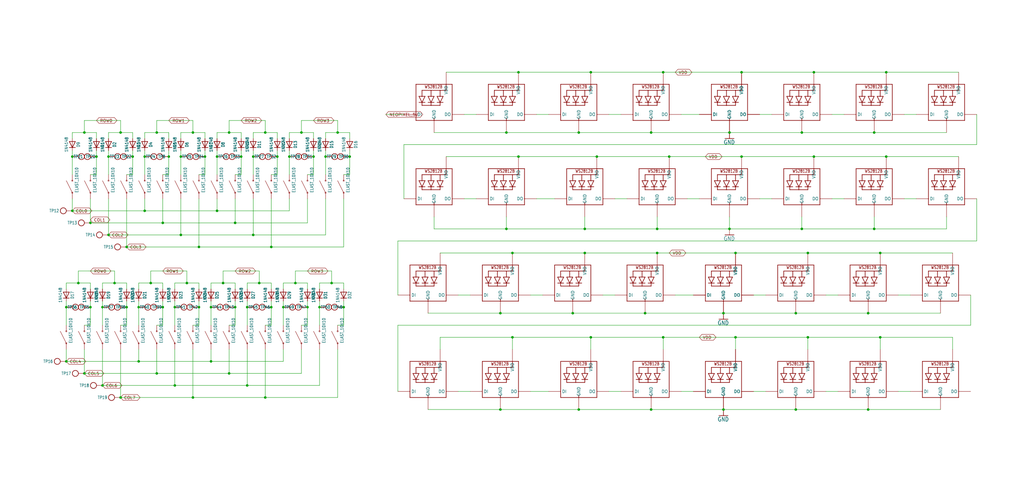
<source format=kicad_sch>
(kicad_sch (version 20230121) (generator eeschema)
  (paper "User" 431.444 210.007)
  (junction (at 210.82 132.08))
  (junction (at 55.88 66.04))
  (junction (at 27.94 152.4))
  (junction (at 274.32 55.88))
  (junction (at 45.72 99.06))
  (junction (at 111.76 55.88))
  (junction (at 312.42 66.04))
  (junction (at 246.38 106.68))
  (junction (at 30.48 66.04))
  (junction (at 142.24 55.88))
  (junction (at 78.74 119.38))
  (junction (at 76.2 99.06))
  (junction (at 66.04 55.88))
  (junction (at 368.3 96.52))
  (junction (at 215.9 142.24))
  (junction (at 246.38 96.52))
  (junction (at 35.56 55.88))
  (junction (at 337.82 96.52))
  (junction (at 365.76 132.08))
  (junction (at 91.44 66.04))
  (junction (at 137.16 66.04))
  (junction (at 307.34 96.52))
  (junction (at 48.26 119.38))
  (junction (at 243.84 55.88))
  (junction (at 43.18 129.54))
  (junction (at 58.42 152.4))
  (junction (at 106.68 66.04))
  (junction (at 373.38 30.48))
  (junction (at 38.1 93.98))
  (junction (at 342.9 66.04))
  (junction (at 309.88 106.68))
  (junction (at 45.72 66.04))
  (junction (at 337.82 55.88))
  (junction (at 370.84 142.24))
  (junction (at 335.28 172.72))
  (junction (at 279.4 30.48))
  (junction (at 124.46 119.38))
  (junction (at 147.32 66.04))
  (junction (at 312.42 30.48))
  (junction (at 218.44 30.48))
  (junction (at 66.04 157.48))
  (junction (at 38.1 129.54))
  (junction (at 99.06 93.98))
  (junction (at 104.14 129.54))
  (junction (at 88.9 152.4))
  (junction (at 307.34 55.88))
  (junction (at 101.6 66.04))
  (junction (at 370.84 106.68))
  (junction (at 114.3 129.54))
  (junction (at 86.36 66.04))
  (junction (at 104.14 162.56))
  (junction (at 119.38 129.54))
  (junction (at 335.28 132.08))
  (junction (at 243.84 172.72))
  (junction (at 121.92 66.04))
  (junction (at 210.82 172.72))
  (junction (at 304.8 172.72))
  (junction (at 99.06 129.54))
  (junction (at 248.92 142.24))
  (junction (at 365.76 172.72))
  (junction (at 271.78 132.08))
  (junction (at 73.66 162.56))
  (junction (at 68.58 129.54))
  (junction (at 111.76 167.64))
  (junction (at 241.3 132.08))
  (junction (at 33.02 119.38))
  (junction (at 213.36 96.52))
  (junction (at 60.96 88.9))
  (junction (at 50.8 55.88))
  (junction (at 132.08 66.04))
  (junction (at 93.98 119.38))
  (junction (at 43.18 162.56))
  (junction (at 81.28 55.88))
  (junction (at 304.8 132.08))
  (junction (at 276.86 96.52))
  (junction (at 96.52 157.48))
  (junction (at 73.66 129.54))
  (junction (at 218.44 66.04))
  (junction (at 50.8 167.64))
  (junction (at 91.44 88.9))
  (junction (at 53.34 129.54))
  (junction (at 60.96 66.04))
  (junction (at 144.78 129.54))
  (junction (at 27.94 129.54))
  (junction (at 109.22 119.38))
  (junction (at 274.32 172.72))
  (junction (at 340.36 106.68))
  (junction (at 279.4 142.24))
  (junction (at 127 55.88))
  (junction (at 129.54 129.54))
  (junction (at 96.52 55.88))
  (junction (at 58.42 129.54))
  (junction (at 106.68 99.06))
  (junction (at 368.3 55.88))
  (junction (at 35.56 157.48))
  (junction (at 83.82 129.54))
  (junction (at 76.2 66.04))
  (junction (at 71.12 66.04))
  (junction (at 309.88 142.24))
  (junction (at 116.84 66.04))
  (junction (at 139.7 119.38))
  (junction (at 281.94 66.04))
  (junction (at 342.9 30.48))
  (junction (at 373.38 66.04))
  (junction (at 88.9 129.54))
  (junction (at 63.5 119.38))
  (junction (at 251.46 66.04))
  (junction (at 248.92 30.48))
  (junction (at 114.3 104.14))
  (junction (at 215.9 106.68))
  (junction (at 53.34 104.14))
  (junction (at 134.62 129.54))
  (junction (at 340.36 142.24))
  (junction (at 40.64 66.04))
  (junction (at 68.58 93.98))
  (junction (at 276.86 106.68))
  (junction (at 81.28 167.64))
  (junction (at 213.36 55.88))
  (junction (at 30.48 88.9))
  (junction (at 83.82 104.14))
  (wire (pts (xy 116.84 73.66) (xy 116.84 66.04)) (stroke (width 0.1524)))
  (wire (pts (xy 91.44 58.42) (xy 91.44 55.88)) (stroke (width 0.1524)))
  (wire (pts (xy 76.2 55.88) (xy 81.28 55.88)) (stroke (width 0.1524)))
  (wire (pts (xy 119.38 137.16) (xy 119.38 129.54)) (stroke (width 0.1524)))
  (wire (pts (xy 124.46 114.3) (xy 139.7 114.3)) (stroke (width 0.1524)))
  (wire (pts (xy 114.3 104.14) (xy 144.78 104.14)) (stroke (width 0.1524)))
  (wire (pts (xy 73.66 129.54) (xy 73.66 127)) (stroke (width 0.1524)))
  (wire (pts (xy 73.66 121.92) (xy 73.66 119.38)) (stroke (width 0.1524)))
  (wire (pts (xy 127 157.48) (xy 127 147.32)) (stroke (width 0.1524)))
  (wire (pts (xy 66.04 157.48) (xy 96.52 157.48)) (stroke (width 0.1524)))
  (wire (pts (xy 223.52 124.46) (xy 228.6 124.46)) (stroke (width 0.1524)))
  (wire (pts (xy 66.04 50.8) (xy 81.28 50.8)) (stroke (width 0.1524)))
  (wire (pts (xy 86.36 66.04) (xy 86.36 63.5)) (stroke (width 0.1524)))
  (wire (pts (xy 109.22 114.3) (xy 109.22 119.38)) (stroke (width 0.1524)))
  (wire (pts (xy 312.42 30.48) (xy 342.9 30.48)) (stroke (width 0.1524)))
  (wire (pts (xy 137.16 73.66) (xy 137.16 66.04)) (stroke (width 0.1524)))
  (wire (pts (xy 309.88 147.32) (xy 309.88 142.24)) (stroke (width 0.1524)))
  (wire (pts (xy 76.2 73.66) (xy 76.2 66.04)) (stroke (width 0.1524)))
  (wire (pts (xy 99.06 129.54) (xy 99.06 127)) (stroke (width 0.1524)))
  (wire (pts (xy 93.98 114.3) (xy 109.22 114.3)) (stroke (width 0.1524)))
  (wire (pts (xy 347.98 165.1) (xy 353.06 165.1)) (stroke (width 0.1524)))
  (wire (pts (xy 276.86 91.44) (xy 276.86 96.52)) (stroke (width 0.1524)))
  (wire (pts (xy 71.12 73.66) (xy 71.12 66.04)) (stroke (width 0.1524)))
  (wire (pts (xy 50.8 50.8) (xy 35.56 50.8)) (stroke (width 0.1524)))
  (wire (pts (xy 60.96 66.04) (xy 60.96 63.5)) (stroke (width 0.1524)))
  (wire (pts (xy 307.34 91.44) (xy 307.34 96.52)) (stroke (width 0.1524)))
  (wire (pts (xy 185.42 147.32) (xy 185.42 142.24)) (stroke (width 0.1524)))
  (wire (pts (xy 86.36 55.88) (xy 86.36 58.42)) (stroke (width 0.1524)))
  (wire (pts (xy 106.68 73.66) (xy 106.68 66.04)) (stroke (width 0.1524)))
  (wire (pts (xy 218.44 66.04) (xy 251.46 66.04)) (stroke (width 0.1524)))
  (wire (pts (xy 276.86 96.52) (xy 307.34 96.52)) (stroke (width 0.1524)))
  (wire (pts (xy 91.44 73.66) (xy 91.44 66.04)) (stroke (width 0.1524)))
  (wire (pts (xy 368.3 96.52) (xy 398.78 96.52)) (stroke (width 0.1524)))
  (wire (pts (xy 58.42 119.38) (xy 63.5 119.38)) (stroke (width 0.1524)))
  (wire (pts (xy 134.62 121.92) (xy 134.62 119.38)) (stroke (width 0.1524)))
  (wire (pts (xy 337.82 96.52) (xy 368.3 96.52)) (stroke (width 0.1524)))
  (wire (pts (xy 106.68 66.04) (xy 106.68 63.5)) (stroke (width 0.1524)))
  (wire (pts (xy 83.82 83.82) (xy 83.82 104.14)) (stroke (width 0.1524)))
  (wire (pts (xy 30.48 88.9) (xy 60.96 88.9)) (stroke (width 0.1524)))
  (wire (pts (xy 226.06 48.26) (xy 231.14 48.26)) (stroke (width 0.1524)))
  (wire (pts (xy 43.18 162.56) (xy 73.66 162.56)) (stroke (width 0.1524)))
  (wire (pts (xy 124.46 119.38) (xy 129.54 119.38)) (stroke (width 0.1524)))
  (wire (pts (xy 309.88 142.24) (xy 340.36 142.24)) (stroke (width 0.1524)))
  (wire (pts (xy 93.98 114.3) (xy 93.98 119.38)) (stroke (width 0.1524)))
  (wire (pts (xy 83.82 129.54) (xy 83.82 127)) (stroke (width 0.1524)))
  (wire (pts (xy 88.9 147.32) (xy 88.9 152.4)) (stroke (width 0.1524)))
  (wire (pts (xy 93.98 119.38) (xy 99.06 119.38)) (stroke (width 0.1524)))
  (wire (pts (xy 129.54 73.66) (xy 132.08 73.66)) (stroke (width 0.1524)))
  (wire (pts (xy 33.02 114.3) (xy 33.02 119.38)) (stroke (width 0.1524)))
  (wire (pts (xy 271.78 132.08) (xy 241.3 132.08)) (stroke (width 0.1524)))
  (wire (pts (xy 411.48 101.6) (xy 411.48 83.82)) (stroke (width 0.1524)))
  (wire (pts (xy 45.72 99.06) (xy 76.2 99.06)) (stroke (width 0.1524)))
  (wire (pts (xy 76.2 99.06) (xy 106.68 99.06)) (stroke (width 0.1524)))
  (wire (pts (xy 73.66 147.32) (xy 73.66 162.56)) (stroke (width 0.1524)))
  (wire (pts (xy 66.04 147.32) (xy 66.04 157.48)) (stroke (width 0.1524)))
  (wire (pts (xy 248.92 147.32) (xy 248.92 142.24)) (stroke (width 0.1524)))
  (wire (pts (xy 58.42 129.54) (xy 58.42 127)) (stroke (width 0.1524)))
  (wire (pts (xy 35.56 157.48) (xy 66.04 157.48)) (stroke (width 0.1524)))
  (wire (pts (xy 408.94 137.16) (xy 408.94 124.46)) (stroke (width 0.1524)))
  (wire (pts (xy 78.74 119.38) (xy 83.82 119.38)) (stroke (width 0.1524)))
  (wire (pts (xy 187.96 66.04) (xy 218.44 66.04)) (stroke (width 0.1524)))
  (wire (pts (xy 88.9 121.92) (xy 88.9 119.38)) (stroke (width 0.1524)))
  (wire (pts (xy 144.78 73.66) (xy 147.32 73.66)) (stroke (width 0.1524)))
  (wire (pts (xy 119.38 152.4) (xy 119.38 147.32)) (stroke (width 0.1524)))
  (wire (pts (xy 121.92 66.04) (xy 121.92 63.5)) (stroke (width 0.1524)))
  (wire (pts (xy 109.22 119.38) (xy 114.3 119.38)) (stroke (width 0.1524)))
  (wire (pts (xy 121.92 58.42) (xy 121.92 55.88)) (stroke (width 0.1524)))
  (wire (pts (xy 142.24 50.8) (xy 142.24 55.88)) (stroke (width 0.1524)))
  (wire (pts (xy 45.72 73.66) (xy 45.72 66.04)) (stroke (width 0.1524)))
  (wire (pts (xy 45.72 66.04) (xy 45.72 63.5)) (stroke (width 0.1524)))
  (wire (pts (xy 127 50.8) (xy 127 55.88)) (stroke (width 0.1524)))
  (wire (pts (xy 114.3 129.54) (xy 114.3 127)) (stroke (width 0.1524)))
  (wire (pts (xy 106.68 58.42) (xy 106.68 55.88)) (stroke (width 0.1524)))
  (wire (pts (xy 142.24 55.88) (xy 147.32 55.88)) (stroke (width 0.1524)))
  (wire (pts (xy 307.34 96.52) (xy 337.82 96.52)) (stroke (width 0.1524)))
  (wire (pts (xy 60.96 88.9) (xy 91.44 88.9)) (stroke (width 0.1524)))
  (wire (pts (xy 396.24 132.08) (xy 365.76 132.08)) (stroke (width 0.1524)))
  (wire (pts (xy 53.34 129.54) (xy 53.34 127)) (stroke (width 0.1524)))
  (wire (pts (xy 144.78 104.14) (xy 144.78 83.82)) (stroke (width 0.1524)))
  (wire (pts (xy 213.36 91.44) (xy 213.36 96.52)) (stroke (width 0.1524)))
  (wire (pts (xy 104.14 119.38) (xy 109.22 119.38)) (stroke (width 0.1524)))
  (wire (pts (xy 281.94 66.04) (xy 312.42 66.04)) (stroke (width 0.1524)))
  (wire (pts (xy 137.16 66.04) (xy 137.16 63.5)) (stroke (width 0.1524)))
  (wire (pts (xy 137.16 99.06) (xy 137.16 83.82)) (stroke (width 0.1524)))
  (wire (pts (xy 50.8 137.16) (xy 53.34 137.16)) (stroke (width 0.1524)))
  (wire (pts (xy 180.34 172.72) (xy 210.82 172.72)) (stroke (width 0.1524)))
  (wire (pts (xy 170.18 83.82) (xy 170.18 60.96)) (stroke (width 0.1524)))
  (wire (pts (xy 45.72 83.82) (xy 45.72 99.06)) (stroke (width 0.1524)))
  (wire (pts (xy 111.76 55.88) (xy 116.84 55.88)) (stroke (width 0.1524)))
  (wire (pts (xy 342.9 30.48) (xy 373.38 30.48)) (stroke (width 0.1524)))
  (wire (pts (xy 365.76 132.08) (xy 335.28 132.08)) (stroke (width 0.1524)))
  (wire (pts (xy 60.96 73.66) (xy 60.96 66.04)) (stroke (width 0.1524)))
  (wire (pts (xy 45.72 55.88) (xy 50.8 55.88)) (stroke (width 0.1524)))
  (wire (pts (xy 63.5 119.38) (xy 68.58 119.38)) (stroke (width 0.1524)))
  (wire (pts (xy 137.16 55.88) (xy 142.24 55.88)) (stroke (width 0.1524)))
  (wire (pts (xy 114.3 119.38) (xy 114.3 121.92)) (stroke (width 0.1524)))
  (wire (pts (xy 99.06 83.82) (xy 99.06 93.98)) (stroke (width 0.1524)))
  (wire (pts (xy 81.28 50.8) (xy 81.28 55.88)) (stroke (width 0.1524)))
  (wire (pts (xy 210.82 172.72) (xy 243.84 172.72)) (stroke (width 0.1524)))
  (wire (pts (xy 35.56 147.32) (xy 35.56 157.48)) (stroke (width 0.1524)))
  (wire (pts (xy 304.8 172.72) (xy 335.28 172.72)) (stroke (width 0.1524)))
  (wire (pts (xy 88.9 129.54) (xy 88.9 127)) (stroke (width 0.1524)))
  (wire (pts (xy 60.96 55.88) (xy 66.04 55.88)) (stroke (width 0.1524)))
  (wire (pts (xy 53.34 104.14) (xy 83.82 104.14)) (stroke (width 0.1524)))
  (wire (pts (xy 104.14 121.92) (xy 104.14 119.38)) (stroke (width 0.1524)))
  (wire (pts (xy 35.56 55.88) (xy 30.48 55.88)) (stroke (width 0.1524)))
  (wire (pts (xy 91.44 83.82) (xy 91.44 88.9)) (stroke (width 0.1524)))
  (wire (pts (xy 215.9 147.32) (xy 215.9 142.24)) (stroke (width 0.1524)))
  (wire (pts (xy 101.6 55.88) (xy 101.6 58.42)) (stroke (width 0.1524)))
  (wire (pts (xy 139.7 119.38) (xy 144.78 119.38)) (stroke (width 0.1524)))
  (wire (pts (xy 411.48 60.96) (xy 411.48 48.26)) (stroke (width 0.1524)))
  (wire (pts (xy 215.9 142.24) (xy 248.92 142.24)) (stroke (width 0.1524)))
  (wire (pts (xy 58.42 121.92) (xy 58.42 119.38)) (stroke (width 0.1524)))
  (wire (pts (xy 66.04 137.16) (xy 68.58 137.16)) (stroke (width 0.1524)))
  (wire (pts (xy 370.84 106.68) (xy 401.32 106.68)) (stroke (width 0.1524)))
  (wire (pts (xy 73.66 137.16) (xy 73.66 129.54)) (stroke (width 0.1524)))
  (wire (pts (xy 111.76 167.64) (xy 142.24 167.64)) (stroke (width 0.1524)))
  (wire (pts (xy 43.18 119.38) (xy 48.26 119.38)) (stroke (width 0.1524)))
  (wire (pts (xy 193.04 124.46) (xy 198.12 124.46)) (stroke (width 0.1524)))
  (wire (pts (xy 45.72 58.42) (xy 45.72 55.88)) (stroke (width 0.1524)))
  (wire (pts (xy 129.54 129.54) (xy 129.54 127)) (stroke (width 0.1524)))
  (wire (pts (xy 279.4 142.24) (xy 309.88 142.24)) (stroke (width 0.1524)))
  (wire (pts (xy 195.58 83.82) (xy 200.66 83.82)) (stroke (width 0.1524)))
  (wire (pts (xy 48.26 114.3) (xy 48.26 119.38)) (stroke (width 0.1524)))
  (wire (pts (xy 76.2 58.42) (xy 76.2 55.88)) (stroke (width 0.1524)))
  (wire (pts (xy 91.44 55.88) (xy 96.52 55.88)) (stroke (width 0.1524)))
  (wire (pts (xy 38.1 129.54) (xy 38.1 127)) (stroke (width 0.1524)))
  (wire (pts (xy 76.2 83.82) (xy 76.2 99.06)) (stroke (width 0.1524)))
  (wire (pts (xy 370.84 147.32) (xy 370.84 142.24)) (stroke (width 0.1524)))
  (wire (pts (xy 223.52 165.1) (xy 231.14 165.1)) (stroke (width 0.1524)))
  (wire (pts (xy 116.84 55.88) (xy 116.84 58.42)) (stroke (width 0.1524)))
  (wire (pts (xy 309.88 106.68) (xy 340.36 106.68)) (stroke (width 0.1524)))
  (wire (pts (xy 88.9 152.4) (xy 119.38 152.4)) (stroke (width 0.1524)))
  (wire (pts (xy 27.94 137.16) (xy 27.94 129.54)) (stroke (width 0.1524)))
  (wire (pts (xy 35.56 50.8) (xy 35.56 55.88)) (stroke (width 0.1524)))
  (wire (pts (xy 147.32 73.66) (xy 147.32 66.04)) (stroke (width 0.1524)))
  (wire (pts (xy 119.38 129.54) (xy 119.38 127)) (stroke (width 0.1524)))
  (wire (pts (xy 53.34 73.66) (xy 55.88 73.66)) (stroke (width 0.1524)))
  (wire (pts (xy 50.8 55.88) (xy 55.88 55.88)) (stroke (width 0.1524)))
  (wire (pts (xy 304.8 132.08) (xy 271.78 132.08)) (stroke (width 0.1524)))
  (wire (pts (xy 279.4 147.32) (xy 279.4 142.24)) (stroke (width 0.1524)))
  (wire (pts (xy 48.26 119.38) (xy 53.34 119.38)) (stroke (width 0.1524)))
  (wire (pts (xy 307.34 55.88) (xy 274.32 55.88)) (stroke (width 0.1524)))
  (wire (pts (xy 243.84 172.72) (xy 274.32 172.72)) (stroke (width 0.1524)))
  (wire (pts (xy 218.44 30.48) (xy 248.92 30.48)) (stroke (width 0.1524)))
  (wire (pts (xy 55.88 73.66) (xy 55.88 66.04)) (stroke (width 0.1524)))
  (wire (pts (xy 58.42 152.4) (xy 88.9 152.4)) (stroke (width 0.1524)))
  (wire (pts (xy 68.58 93.98) (xy 99.06 93.98)) (stroke (width 0.1524)))
  (wire (pts (xy 71.12 66.04) (xy 71.12 63.5)) (stroke (width 0.1524)))
  (wire (pts (xy 50.8 167.64) (xy 81.28 167.64)) (stroke (width 0.1524)))
  (wire (pts (xy 129.54 137.16) (xy 129.54 129.54)) (stroke (width 0.1524)))
  (wire (pts (xy 215.9 106.68) (xy 246.38 106.68)) (stroke (width 0.1524)))
  (wire (pts (xy 124.46 114.3) (xy 124.46 119.38)) (stroke (width 0.1524)))
  (wire (pts (xy 317.5 165.1) (xy 322.58 165.1)) (stroke (width 0.1524)))
  (wire (pts (xy 81.28 55.88) (xy 86.36 55.88)) (stroke (width 0.1524)))
  (wire (pts (xy 53.34 119.38) (xy 53.34 121.92)) (stroke (width 0.1524)))
  (wire (pts (xy 279.4 30.48) (xy 312.42 30.48)) (stroke (width 0.1524)))
  (wire (pts (xy 129.54 93.98) (xy 129.54 83.82)) (stroke (width 0.1524)))
  (wire (pts (xy 27.94 129.54) (xy 27.94 127)) (stroke (width 0.1524)))
  (wire (pts (xy 248.92 142.24) (xy 279.4 142.24)) (stroke (width 0.1524)))
  (wire (pts (xy 43.18 129.54) (xy 43.18 127)) (stroke (width 0.1524)))
  (wire (pts (xy 167.64 124.46) (xy 167.64 101.6)) (stroke (width 0.1524)))
  (wire (pts (xy 38.1 121.92) (xy 38.1 119.38)) (stroke (width 0.1524)))
  (wire (pts (xy 73.66 162.56) (xy 104.14 162.56)) (stroke (width 0.1524)))
  (wire (pts (xy 73.66 119.38) (xy 78.74 119.38)) (stroke (width 0.1524)))
  (wire (pts (xy 119.38 121.92) (xy 119.38 119.38)) (stroke (width 0.1524)))
  (wire (pts (xy 132.08 73.66) (xy 132.08 66.04)) (stroke (width 0.1524)))
  (wire (pts (xy 83.82 119.38) (xy 83.82 121.92)) (stroke (width 0.1524)))
  (wire (pts (xy 83.82 137.16) (xy 83.82 129.54)) (stroke (width 0.1524)))
  (wire (pts (xy 144.78 129.54) (xy 144.78 127)) (stroke (width 0.1524)))
  (wire (pts (xy 30.48 55.88) (xy 30.48 58.42)) (stroke (width 0.1524)))
  (wire (pts (xy 43.18 147.32) (xy 43.18 162.56)) (stroke (width 0.1524)))
  (wire (pts (xy 38.1 93.98) (xy 68.58 93.98)) (stroke (width 0.1524)))
  (wire (pts (xy 187.96 30.48) (xy 218.44 30.48)) (stroke (width 0.1524)))
  (wire (pts (xy 132.08 66.04) (xy 132.08 63.5)) (stroke (width 0.1524)))
  (wire (pts (xy 134.62 119.38) (xy 139.7 119.38)) (stroke (width 0.1524)))
  (wire (pts (xy 96.52 157.48) (xy 127 157.48)) (stroke (width 0.1524)))
  (wire (pts (xy 340.36 142.24) (xy 370.84 142.24)) (stroke (width 0.1524)))
  (wire (pts (xy 119.38 119.38) (xy 124.46 119.38)) (stroke (width 0.1524)))
  (wire (pts (xy 27.94 147.32) (xy 27.94 152.4)) (stroke (width 0.1524)))
  (wire (pts (xy 337.82 55.88) (xy 307.34 55.88)) (stroke (width 0.1524)))
  (wire (pts (xy 68.58 129.54) (xy 68.58 127)) (stroke (width 0.1524)))
  (wire (pts (xy 381 48.26) (xy 386.08 48.26)) (stroke (width 0.1524)))
  (wire (pts (xy 48.26 114.3) (xy 33.02 114.3)) (stroke (width 0.1524)))
  (wire (pts (xy 68.58 73.66) (xy 71.12 73.66)) (stroke (width 0.1524)))
  (wire (pts (xy 226.06 83.82) (xy 233.68 83.82)) (stroke (width 0.1524)))
  (wire (pts (xy 38.1 83.82) (xy 38.1 93.98)) (stroke (width 0.1524)))
  (wire (pts (xy 195.58 48.26) (xy 200.66 48.26)) (stroke (width 0.1524)))
  (wire (pts (xy 96.52 137.16) (xy 99.06 137.16)) (stroke (width 0.1524)))
  (wire (pts (xy 368.3 55.88) (xy 337.82 55.88)) (stroke (width 0.1524)))
  (wire (pts (xy 320.04 48.26) (xy 325.12 48.26)) (stroke (width 0.1524)))
  (wire (pts (xy 96.52 147.32) (xy 96.52 157.48)) (stroke (width 0.1524)))
  (wire (pts (xy 30.48 83.82) (xy 30.48 88.9)) (stroke (width 0.1524)))
  (wire (pts (xy 76.2 66.04) (xy 76.2 63.5)) (stroke (width 0.1524)))
  (wire (pts (xy 30.48 73.66) (xy 30.48 66.04)) (stroke (width 0.1524)))
  (wire (pts (xy 256.54 165.1) (xy 261.62 165.1)) (stroke (width 0.1524)))
  (wire (pts (xy 99.06 93.98) (xy 129.54 93.98)) (stroke (width 0.1524)))
  (wire (pts (xy 246.38 96.52) (xy 276.86 96.52)) (stroke (width 0.1524)))
  (wire (pts (xy 121.92 88.9) (xy 121.92 83.82)) (stroke (width 0.1524)))
  (wire (pts (xy 347.98 124.46) (xy 353.06 124.46)) (stroke (width 0.1524)))
  (wire (pts (xy 134.62 162.56) (xy 134.62 147.32)) (stroke (width 0.1524)))
  (wire (pts (xy 139.7 114.3) (xy 139.7 119.38)) (stroke (width 0.1524)))
  (wire (pts (xy 81.28 167.64) (xy 111.76 167.64)) (stroke (width 0.1524)))
  (wire (pts (xy 106.68 55.88) (xy 111.76 55.88)) (stroke (width 0.1524)))
  (wire (pts (xy 210.82 132.08) (xy 180.34 132.08)) (stroke (width 0.1524)))
  (wire (pts (xy 254 124.46) (xy 259.08 124.46)) (stroke (width 0.1524)))
  (wire (pts (xy 289.56 83.82) (xy 294.64 83.82)) (stroke (width 0.1524)))
  (wire (pts (xy 83.82 73.66) (xy 86.36 73.66)) (stroke (width 0.1524)))
  (wire (pts (xy 106.68 99.06) (xy 137.16 99.06)) (stroke (width 0.1524)))
  (wire (pts (xy 340.36 147.32) (xy 340.36 142.24)) (stroke (width 0.1524)))
  (wire (pts (xy 287.02 48.26) (xy 294.64 48.26)) (stroke (width 0.1524)))
  (wire (pts (xy 243.84 55.88) (xy 213.36 55.88)) (stroke (width 0.1524)))
  (wire (pts (xy 167.64 165.1) (xy 167.64 137.16)) (stroke (width 0.1524)))
  (wire (pts (xy 335.28 172.72) (xy 365.76 172.72)) (stroke (width 0.1524)))
  (wire (pts (xy 259.08 83.82) (xy 264.16 83.82)) (stroke (width 0.1524)))
  (wire (pts (xy 35.56 137.16) (xy 38.1 137.16)) (stroke (width 0.1524)))
  (wire (pts (xy 111.76 147.32) (xy 111.76 167.64)) (stroke (width 0.1524)))
  (wire (pts (xy 121.92 55.88) (xy 127 55.88)) (stroke (width 0.1524)))
  (wire (pts (xy 317.5 124.46) (xy 322.58 124.46)) (stroke (width 0.1524)))
  (wire (pts (xy 147.32 55.88) (xy 147.32 58.42)) (stroke (width 0.1524)))
  (wire (pts (xy 63.5 114.3) (xy 63.5 119.38)) (stroke (width 0.1524)))
  (wire (pts (xy 193.04 165.1) (xy 198.12 165.1)) (stroke (width 0.1524)))
  (wire (pts (xy 114.3 73.66) (xy 116.84 73.66)) (stroke (width 0.1524)))
  (wire (pts (xy 342.9 66.04) (xy 373.38 66.04)) (stroke (width 0.1524)))
  (wire (pts (xy 60.96 83.82) (xy 60.96 88.9)) (stroke (width 0.1524)))
  (wire (pts (xy 350.52 48.26) (xy 355.6 48.26)) (stroke (width 0.1524)))
  (wire (pts (xy 38.1 137.16) (xy 38.1 129.54)) (stroke (width 0.1524)))
  (wire (pts (xy 350.52 83.82) (xy 355.6 83.82)) (stroke (width 0.1524)))
  (wire (pts (xy 53.34 83.82) (xy 53.34 104.14)) (stroke (width 0.1524)))
  (wire (pts (xy 127 137.16) (xy 129.54 137.16)) (stroke (width 0.1524)))
  (wire (pts (xy 104.14 137.16) (xy 104.14 129.54)) (stroke (width 0.1524)))
  (wire (pts (xy 337.82 91.44) (xy 337.82 96.52)) (stroke (width 0.1524)))
  (wire (pts (xy 284.48 124.46) (xy 292.1 124.46)) (stroke (width 0.1524)))
  (wire (pts (xy 170.18 48.26) (xy 162.56 48.26)) (stroke (width 0.1524)))
  (wire (pts (xy 43.18 137.16) (xy 43.18 129.54)) (stroke (width 0.1524)))
  (wire (pts (xy 58.42 137.16) (xy 58.42 129.54)) (stroke (width 0.1524)))
  (wire (pts (xy 142.24 137.16) (xy 144.78 137.16)) (stroke (width 0.1524)))
  (wire (pts (xy 335.28 132.08) (xy 304.8 132.08)) (stroke (width 0.1524)))
  (wire (pts (xy 147.32 66.04) (xy 147.32 63.5)) (stroke (width 0.1524)))
  (wire (pts (xy 144.78 119.38) (xy 144.78 121.92)) (stroke (width 0.1524)))
  (wire (pts (xy 370.84 142.24) (xy 401.32 142.24)) (stroke (width 0.1524)))
  (wire (pts (xy 40.64 55.88) (xy 35.56 55.88)) (stroke (width 0.1524)))
  (wire (pts (xy 55.88 55.88) (xy 55.88 58.42)) (stroke (width 0.1524)))
  (wire (pts (xy 96.52 55.88) (xy 101.6 55.88)) (stroke (width 0.1524)))
  (wire (pts (xy 86.36 73.66) (xy 86.36 66.04)) (stroke (width 0.1524)))
  (wire (pts (xy 38.1 73.66) (xy 40.64 73.66)) (stroke (width 0.1524)))
  (wire (pts (xy 50.8 50.8) (xy 50.8 55.88)) (stroke (width 0.1524)))
  (wire (pts (xy 101.6 66.04) (xy 101.6 63.5)) (stroke (width 0.1524)))
  (wire (pts (xy 340.36 106.68) (xy 370.84 106.68)) (stroke (width 0.1524)))
  (wire (pts (xy 381 83.82) (xy 386.08 83.82)) (stroke (width 0.1524)))
  (wire (pts (xy 38.1 119.38) (xy 33.02 119.38)) (stroke (width 0.1524)))
  (wire (pts (xy 276.86 106.68) (xy 309.88 106.68)) (stroke (width 0.1524)))
  (wire (pts (xy 104.14 162.56) (xy 134.62 162.56)) (stroke (width 0.1524)))
  (wire (pts (xy 401.32 142.24) (xy 401.32 147.32)) (stroke (width 0.1524)))
  (wire (pts (xy 66.04 55.88) (xy 71.12 55.88)) (stroke (width 0.1524)))
  (wire (pts (xy 373.38 30.48) (xy 403.86 30.48)) (stroke (width 0.1524)))
  (wire (pts (xy 256.54 48.26) (xy 261.62 48.26)) (stroke (width 0.1524)))
  (wire (pts (xy 68.58 137.16) (xy 68.58 129.54)) (stroke (width 0.1524)))
  (wire (pts (xy 106.68 83.82) (xy 106.68 99.06)) (stroke (width 0.1524)))
  (wire (pts (xy 99.06 73.66) (xy 101.6 73.66)) (stroke (width 0.1524)))
  (wire (pts (xy 320.04 83.82) (xy 325.12 83.82)) (stroke (width 0.1524)))
  (wire (pts (xy 60.96 58.42) (xy 60.96 55.88)) (stroke (width 0.1524)))
  (wire (pts (xy 81.28 137.16) (xy 83.82 137.16)) (stroke (width 0.1524)))
  (wire (pts (xy 365.76 172.72) (xy 396.24 172.72)) (stroke (width 0.1524)))
  (wire (pts (xy 99.06 137.16) (xy 99.06 129.54)) (stroke (width 0.1524)))
  (wire (pts (xy 373.38 66.04) (xy 403.86 66.04)) (stroke (width 0.1524)))
  (wire (pts (xy 111.76 50.8) (xy 111.76 55.88)) (stroke (width 0.1524)))
  (wire (pts (xy 40.64 58.42) (xy 40.64 55.88)) (stroke (width 0.1524)))
  (wire (pts (xy 96.52 50.8) (xy 96.52 55.88)) (stroke (width 0.1524)))
  (wire (pts (xy 378.46 124.46) (xy 383.54 124.46)) (stroke (width 0.1524)))
  (wire (pts (xy 398.78 55.88) (xy 368.3 55.88)) (stroke (width 0.1524)))
  (wire (pts (xy 58.42 147.32) (xy 58.42 152.4)) (stroke (width 0.1524)))
  (wire (pts (xy 78.74 114.3) (xy 78.74 119.38)) (stroke (width 0.1524)))
  (wire (pts (xy 121.92 73.66) (xy 121.92 66.04)) (stroke (width 0.1524)))
  (wire (pts (xy 114.3 83.82) (xy 114.3 104.14)) (stroke (width 0.1524)))
  (wire (pts (xy 170.18 60.96) (xy 411.48 60.96)) (stroke (width 0.1524)))
  (wire (pts (xy 68.58 119.38) (xy 68.58 121.92)) (stroke (width 0.1524)))
  (wire (pts (xy 27.94 119.38) (xy 27.94 121.92)) (stroke (width 0.1524)))
  (wire (pts (xy 248.92 30.48) (xy 279.4 30.48)) (stroke (width 0.1524)))
  (wire (pts (xy 144.78 137.16) (xy 144.78 129.54)) (stroke (width 0.1524)))
  (wire (pts (xy 55.88 66.04) (xy 55.88 63.5)) (stroke (width 0.1524)))
  (wire (pts (xy 312.42 66.04) (xy 342.9 66.04)) (stroke (width 0.1524)))
  (wire (pts (xy 68.58 83.82) (xy 68.58 93.98)) (stroke (width 0.1524)))
  (wire (pts (xy 132.08 55.88) (xy 132.08 58.42)) (stroke (width 0.1524)))
  (wire (pts (xy 81.28 147.32) (xy 81.28 167.64)) (stroke (width 0.1524)))
  (wire (pts (xy 241.3 132.08) (xy 210.82 132.08)) (stroke (width 0.1524)))
  (wire (pts (xy 287.02 165.1) (xy 292.1 165.1)) (stroke (width 0.1524)))
  (wire (pts (xy 274.32 55.88) (xy 243.84 55.88)) (stroke (width 0.1524)))
  (wire (pts (xy 167.64 101.6) (xy 411.48 101.6)) (stroke (width 0.1524)))
  (wire (pts (xy 127 50.8) (xy 142.24 50.8)) (stroke (width 0.1524)))
  (wire (pts (xy 88.9 119.38) (xy 93.98 119.38)) (stroke (width 0.1524)))
  (wire (pts (xy 83.82 104.14) (xy 114.3 104.14)) (stroke (width 0.1524)))
  (wire (pts (xy 167.64 137.16) (xy 408.94 137.16)) (stroke (width 0.1524)))
  (wire (pts (xy 101.6 73.66) (xy 101.6 66.04)) (stroke (width 0.1524)))
  (wire (pts (xy 251.46 66.04) (xy 281.94 66.04)) (stroke (width 0.1524)))
  (wire (pts (xy 63.5 114.3) (xy 78.74 114.3)) (stroke (width 0.1524)))
  (wire (pts (xy 104.14 129.54) (xy 104.14 127)) (stroke (width 0.1524)))
  (wire (pts (xy 66.04 50.8) (xy 66.04 55.88)) (stroke (width 0.1524)))
  (wire (pts (xy 137.16 58.42) (xy 137.16 55.88)) (stroke (width 0.1524)))
  (wire (pts (xy 99.06 119.38) (xy 99.06 121.92)) (stroke (width 0.1524)))
  (wire (pts (xy 142.24 167.64) (xy 142.24 147.32)) (stroke (width 0.1524)))
  (wire (pts (xy 213.36 96.52) (xy 246.38 96.52)) (stroke (width 0.1524)))
  (wire (pts (xy 91.44 66.04) (xy 91.44 63.5)) (stroke (width 0.1524)))
  (wire (pts (xy 246.38 91.44) (xy 246.38 96.52)) (stroke (width 0.1524)))
  (wire (pts (xy 33.02 119.38) (xy 27.94 119.38)) (stroke (width 0.1524)))
  (wire (pts (xy 43.18 121.92) (xy 43.18 119.38)) (stroke (width 0.1524)))
  (wire (pts (xy 71.12 55.88) (xy 71.12 58.42)) (stroke (width 0.1524)))
  (wire (pts (xy 88.9 137.16) (xy 88.9 129.54)) (stroke (width 0.1524)))
  (wire (pts (xy 274.32 172.72) (xy 304.8 172.72)) (stroke (width 0.1524)))
  (wire (pts (xy 116.84 66.04) (xy 116.84 63.5)) (stroke (width 0.1524)))
  (wire (pts (xy 213.36 55.88) (xy 182.88 55.88)) (stroke (width 0.1524)))
  (wire (pts (xy 368.3 91.44) (xy 368.3 96.52)) (stroke (width 0.1524)))
  (wire (pts (xy 185.42 106.68) (xy 215.9 106.68)) (stroke (width 0.1524)))
  (wire (pts (xy 50.8 147.32) (xy 50.8 167.64)) (stroke (width 0.1524)))
  (wire (pts (xy 129.54 119.38) (xy 129.54 121.92)) (stroke (width 0.1524)))
  (wire (pts (xy 182.88 96.52) (xy 213.36 96.52)) (stroke (width 0.1524)))
  (wire (pts (xy 40.64 73.66) (xy 40.64 66.04)) (stroke (width 0.1524)))
  (wire (pts (xy 40.64 66.04) (xy 40.64 63.5)) (stroke (width 0.1524)))
  (wire (pts (xy 398.78 96.52) (xy 398.78 91.44)) (stroke (width 0.1524)))
  (wire (pts (xy 53.34 137.16) (xy 53.34 129.54)) (stroke (width 0.1524)))
  (wire (pts (xy 114.3 137.16) (xy 114.3 129.54)) (stroke (width 0.1524)))
  (wire (pts (xy 185.42 142.24) (xy 215.9 142.24)) (stroke (width 0.1524)))
  (wire (pts (xy 134.62 137.16) (xy 134.62 129.54)) (stroke (width 0.1524)))
  (wire (pts (xy 27.94 152.4) (xy 58.42 152.4)) (stroke (width 0.1524)))
  (wire (pts (xy 127 55.88) (xy 132.08 55.88)) (stroke (width 0.1524)))
  (wire (pts (xy 96.52 50.8) (xy 111.76 50.8)) (stroke (width 0.1524)))
  (wire (pts (xy 378.46 165.1) (xy 383.54 165.1)) (stroke (width 0.1524)))
  (wire (pts (xy 91.44 88.9) (xy 121.92 88.9)) (stroke (width 0.1524)))
  (wire (pts (xy 30.48 66.04) (xy 30.48 63.5)) (stroke (width 0.1524)))
  (wire (pts (xy 134.62 129.54) (xy 134.62 127)) (stroke (width 0.1524)))
  (wire (pts (xy 246.38 106.68) (xy 276.86 106.68)) (stroke (width 0.1524)))
  (wire (pts (xy 111.76 137.16) (xy 114.3 137.16)) (stroke (width 0.1524)))
  (wire (pts (xy 182.88 91.44) (xy 182.88 96.52)) (stroke (width 0.1524)))
  (wire (pts (xy 104.14 147.32) (xy 104.14 162.56)) (stroke (width 0.1524)))
  (global_label "COL4" (shape bidirectional) (at 27.94 152.4 0) (effects (font (size 1.2446 1.2446))) (property "Intersheetrefs" "${INTERSHEET_REFS}" (effects hide)))
  (global_label "ROW3" (shape bidirectional) (at 132.08 50.8 0) (effects (font (size 1.2446 1.2446))) (property "Intersheetrefs" "${INTERSHEET_REFS}" (effects hide)))
  (global_label "COL3" (shape bidirectional) (at 53.34 104.14 0) (effects (font (size 1.2446 1.2446))) (property "Intersheetrefs" "${INTERSHEET_REFS}" (effects hide)))
  (global_label "ROW1" (shape bidirectional) (at 71.12 50.8 0) (effects (font (size 1.2446 1.2446))) (property "Intersheetrefs" "${INTERSHEET_REFS}" (effects hide)))
  (global_label "ROW2" (shape bidirectional) (at 101.6 50.8 0) (effects (font (size 1.2446 1.2446))) (property "Intersheetrefs" "${INTERSHEET_REFS}" (effects hide)))
  (global_label "COL6" (shape bidirectional) (at 43.18 162.56 0) (effects (font (size 1.2446 1.2446))) (property "Intersheetrefs" "${INTERSHEET_REFS}" (effects hide)))
  (global_label "ROW3" (shape bidirectional) (at 129.54 114.3 0) (effects (font (size 1.2446 1.2446))) (property "Intersheetrefs" "${INTERSHEET_REFS}" (effects hide)))
  (global_label "VDD" (shape bidirectional) (at 284.48 30.48 0) (effects (font (size 1.2446 1.2446))) (property "Intersheetrefs" "${INTERSHEET_REFS}" (effects hide)))
  (global_label "COL2" (shape bidirectional) (at 45.72 99.06 0) (effects (font (size 1.2446 1.2446))) (property "Intersheetrefs" "${INTERSHEET_REFS}" (effects hide)))
  (global_label "COL5" (shape bidirectional) (at 35.56 157.48 0) (effects (font (size 1.2446 1.2446))) (property "Intersheetrefs" "${INTERSHEET_REFS}" (effects hide)))
  (global_label "ROW0" (shape bidirectional) (at 38.1 114.3 0) (effects (font (size 1.2446 1.2446))) (property "Intersheetrefs" "${INTERSHEET_REFS}" (effects hide)))
  (global_label "COL1" (shape bidirectional) (at 38.1 92.71 0) (effects (font (size 1.2446 1.2446))) (property "Intersheetrefs" "${INTERSHEET_REFS}" (effects hide)))
  (global_label "VDD" (shape bidirectional) (at 281.94 106.68 0) (effects (font (size 1.2446 1.2446))) (property "Intersheetrefs" "${INTERSHEET_REFS}" (effects hide)))
  (global_label "COL0" (shape bidirectional) (at 30.48 88.9 0) (effects (font (size 1.2446 1.2446))) (property "Intersheetrefs" "${INTERSHEET_REFS}" (effects hide)))
  (global_label "VDD" (shape bidirectional) (at 297.18 66.04 0) (effects (font (size 1.2446 1.2446))) (property "Intersheetrefs" "${INTERSHEET_REFS}" (effects hide)))
  (global_label "VDD" (shape bidirectional) (at 294.64 142.24 0) (effects (font (size 1.2446 1.2446))) (property "Intersheetrefs" "${INTERSHEET_REFS}" (effects hide)))
  (global_label "ROW1" (shape bidirectional) (at 68.58 114.3 0) (effects (font (size 1.2446 1.2446))) (property "Intersheetrefs" "${INTERSHEET_REFS}" (effects hide)))
  (global_label "ROW2" (shape bidirectional) (at 99.06 114.3 0) (effects (font (size 1.2446 1.2446))) (property "Intersheetrefs" "${INTERSHEET_REFS}" (effects hide)))
  (global_label "COL7" (shape bidirectional) (at 50.8 167.64 0) (effects (font (size 1.2446 1.2446))) (property "Intersheetrefs" "${INTERSHEET_REFS}" (effects hide)))
  (global_label "NEOPIXEL_5V" (shape bidirectional) (at 162.56 48.26 0) (effects (font (size 1.2446 1.2446))) (property "Intersheetrefs" "${INTERSHEET_REFS}" (effects hide)))
  (global_label "ROW0" (shape bidirectional) (at 40.64 50.8 0) (effects (font (size 1.2446 1.2446))) (property "Intersheetrefs" "${INTERSHEET_REFS}" (effects hide)))
  (symbol (lib_id "working-eagle-import:WS2812B3535") (at 182.88 45.72 0) (unit 1)
    (property "Reference" "LED1" (effects hide))
    (property "Value" "WS2812B3535" (effects hide))
    (property "Footprint" "working:LED3535" (effects hide))
  )
  (symbol (lib_id "working-eagle-import:WS2812B3535") (at 396.24 121.92 0) (unit 1)
    (property "Reference" "LED24" (effects hide))
    (property "Value" "WS2812B3535" (effects hide))
    (property "Footprint" "working:LED3535" (effects hide))
  )
  (symbol (lib_id "working-eagle-import:WS2812B3535") (at 210.82 162.56 0) (unit 1)
    (property "Reference" "LED26" (effects hide))
    (property "Value" "WS2812B3535" (effects hide))
    (property "Footprint" "working:LED3535" (effects hide))
  )
  (symbol (lib_id "working-eagle-import:ELAST_10X10") (at 83.82 78.74 90) (unit 1)
    (property "Reference" "U$11" (effects hide))
    (property "Value" "ELAST_10X10" (at 86.36 81.28 0) (effects (font (size 1.27 1.0795)) (justify left bottom)))
    (property "Footprint" "working:ELAST_PAD_SQUARE_10MM_4X4WIDE" (effects hide))
  )
  (symbol (lib_id "working-eagle-import:TESTPOINTROUND1.5MM") (at 40.64 66.04 90) (unit 1)
    (property "Reference" "TP21" (at 35.052 66.04 90) (effects (font (size 1.27 1.0795)) (justify left)))
    (property "Value" "TESTPOINTROUND1.5MM" (effects hide))
    (property "Footprint" "working:TESTPOINT_ROUND_1.5MM" (effects hide))
  )
  (symbol (lib_id "working-eagle-import:ELAST_10X10") (at 134.62 142.24 90) (unit 1)
    (property "Reference" "U$46" (effects hide))
    (property "Value" "ELAST_10X10" (at 137.16 144.78 0) (effects (font (size 1.27 1.0795)) (justify left bottom)))
    (property "Footprint" "working:ELAST_PAD_SQUARE_10MM_4X4WIDE" (effects hide))
  )
  (symbol (lib_id "working-eagle-import:ELAST_10X10") (at 58.42 142.24 90) (unit 1)
    (property "Reference" "U$36" (effects hide))
    (property "Value" "ELAST_10X10" (at 60.96 144.78 0) (effects (font (size 1.27 1.0795)) (justify left bottom)))
    (property "Footprint" "working:ELAST_PAD_SQUARE_10MM_4X4WIDE" (effects hide))
  )
  (symbol (lib_id "working-eagle-import:WS2812B3535") (at 210.82 121.92 0) (unit 1)
    (property "Reference" "LED18" (effects hide))
    (property "Value" "WS2812B3535" (effects hide))
    (property "Footprint" "working:LED3535" (effects hide))
  )
  (symbol (lib_id "working-eagle-import:WS2812B3535") (at 307.34 45.72 0) (unit 1)
    (property "Reference" "LED5" (effects hide))
    (property "Value" "WS2812B3535" (effects hide))
    (property "Footprint" "working:LED3535" (effects hide))
  )
  (symbol (lib_id "working-eagle-import:WS2812B3535") (at 243.84 162.56 0) (unit 1)
    (property "Reference" "LED28" (effects hide))
    (property "Value" "WS2812B3535" (effects hide))
    (property "Footprint" "working:LED3535" (effects hide))
  )
  (symbol (lib_id "working-eagle-import:TESTPOINTROUND1.5MM") (at 53.34 104.14 90) (unit 1)
    (property "Reference" "TP15" (at 47.752 104.14 90) (effects (font (size 1.27 1.0795)) (justify left)))
    (property "Value" "TESTPOINTROUND1.5MM" (effects hide))
    (property "Footprint" "working:TESTPOINT_ROUND_1.5MM" (effects hide))
  )
  (symbol (lib_id "working-eagle-import:ELAST_10X10") (at 111.76 142.24 90) (unit 1)
    (property "Reference" "U$42" (effects hide))
    (property "Value" "ELAST_10X10" (at 114.3 144.78 0) (effects (font (size 1.27 1.0795)) (justify left bottom)))
    (property "Footprint" "working:ELAST_PAD_SQUARE_10MM_4X4WIDE" (effects hide))
  )
  (symbol (lib_id "working-eagle-import:WS2812B3535") (at 213.36 81.28 0) (unit 1)
    (property "Reference" "LED10" (effects hide))
    (property "Value" "WS2812B3535" (effects hide))
    (property "Footprint" "working:LED3535" (effects hide))
  )
  (symbol (lib_id "working-eagle-import:DIODESOD-323") (at 144.78 124.46 270) (unit 1)
    (property "Reference" "D32" (at 147.32 124.46 0) (effects (font (size 1.27 1.0795))))
    (property "Value" "1N4148" (at 142.28 124.46 0) (effects (font (size 1.27 1.0795))))
    (property "Footprint" "working:SOD-323" (effects hide))
  )
  (symbol (lib_id "working-eagle-import:ELAST_10X10") (at 88.9 142.24 90) (unit 1)
    (property "Reference" "U$40" (effects hide))
    (property "Value" "ELAST_10X10" (at 91.44 144.78 0) (effects (font (size 1.27 1.0795)) (justify left bottom)))
    (property "Footprint" "working:ELAST_PAD_SQUARE_10MM_4X4WIDE" (effects hide))
  )
  (symbol (lib_id "working-eagle-import:WS2812B3535") (at 271.78 121.92 0) (unit 1)
    (property "Reference" "LED20" (effects hide))
    (property "Value" "WS2812B3535" (effects hide))
    (property "Footprint" "working:LED3535" (effects hide))
  )
  (symbol (lib_id "working-eagle-import:WS2812B3535") (at 180.34 162.56 0) (unit 1)
    (property "Reference" "LED25" (effects hide))
    (property "Value" "WS2812B3535" (effects hide))
    (property "Footprint" "working:LED3535" (effects hide))
  )
  (symbol (lib_id "working-eagle-import:ELAST_10X10") (at 137.16 78.74 90) (unit 1)
    (property "Reference" "U$28" (effects hide))
    (property "Value" "ELAST_10X10" (at 139.7 81.28 0) (effects (font (size 1.27 1.0795)) (justify left bottom)))
    (property "Footprint" "working:ELAST_PAD_SQUARE_10MM_4X4WIDE" (effects hide))
  )
  (symbol (lib_id "working-eagle-import:DIODESOD-323") (at 101.6 60.96 270) (unit 1)
    (property "Reference" "D10" (at 104.14 60.96 0) (effects (font (size 1.27 1.0795))))
    (property "Value" "1N4148" (at 99.1 60.96 0) (effects (font (size 1.27 1.0795))))
    (property "Footprint" "working:SOD-323" (effects hide))
  )
  (symbol (lib_id "working-eagle-import:TESTPOINTROUND1.5MM") (at 68.58 129.54 90) (unit 1)
    (property "Reference" "TP40" (at 62.992 129.54 90) (effects (font (size 1.27 1.0795)) (justify left)))
    (property "Value" "TESTPOINTROUND1.5MM" (effects hide))
    (property "Footprint" "working:TESTPOINT_ROUND_1.5MM" (effects hide))
  )
  (symbol (lib_id "working-eagle-import:ELAST_10X10") (at 73.66 142.24 90) (unit 1)
    (property "Reference" "U$38" (effects hide))
    (property "Value" "ELAST_10X10" (at 76.2 144.78 0) (effects (font (size 1.27 1.0795)) (justify left bottom)))
    (property "Footprint" "working:ELAST_PAD_SQUARE_10MM_4X4WIDE" (effects hide))
  )
  (symbol (lib_id "working-eagle-import:TESTPOINTROUND1.5MM") (at 119.38 129.54 270) (unit 1)
    (property "Reference" "TP47" (at 124.968 129.54 90) (effects (font (size 1.27 1.0795)) (justify left)))
    (property "Value" "TESTPOINTROUND1.5MM" (effects hide))
    (property "Footprint" "working:TESTPOINT_ROUND_1.5MM" (effects hide))
  )
  (symbol (lib_id "working-eagle-import:TESTPOINTROUND1.5MM") (at 71.12 66.04 90) (unit 1)
    (property "Reference" "TP24" (at 65.532 66.04 90) (effects (font (size 1.27 1.0795)) (justify left)))
    (property "Value" "TESTPOINTROUND1.5MM" (effects hide))
    (property "Footprint" "working:TESTPOINT_ROUND_1.5MM" (effects hide))
  )
  (symbol (lib_id "working-eagle-import:WS2812B3535") (at 243.84 45.72 0) (unit 1)
    (property "Reference" "LED3" (effects hide))
    (property "Value" "WS2812B3535" (effects hide))
    (property "Footprint" "working:LED3535" (effects hide))
  )
  (symbol (lib_id "working-eagle-import:WS2812B3535") (at 365.76 121.92 0) (unit 1)
    (property "Reference" "LED23" (effects hide))
    (property "Value" "WS2812B3535" (effects hide))
    (property "Footprint" "working:LED3535" (effects hide))
  )
  (symbol (lib_id "working-eagle-import:ELAST_10X10") (at 106.68 78.74 90) (unit 1)
    (property "Reference" "U$25" (effects hide))
    (property "Value" "ELAST_10X10" (at 109.22 81.28 0) (effects (font (size 1.27 1.0795)) (justify left bottom)))
    (property "Footprint" "working:ELAST_PAD_SQUARE_10MM_4X4WIDE" (effects hide))
  )
  (symbol (lib_id "working-eagle-import:WS2812B3535") (at 274.32 162.56 0) (unit 1)
    (property "Reference" "LED27" (effects hide))
    (property "Value" "WS2812B3535" (effects hide))
    (property "Footprint" "working:LED3535" (effects hide))
  )
  (symbol (lib_id "working-eagle-import:ELAST_10X10") (at 142.24 142.24 90) (unit 1)
    (property "Reference" "U$47" (effects hide))
    (property "Value" "ELAST_10X10" (at 144.78 144.78 0) (effects (font (size 1.27 1.0795)) (justify left bottom)))
    (property "Footprint" "working:ELAST_PAD_SQUARE_10MM_4X4WIDE" (effects hide))
  )
  (symbol (lib_id "working-eagle-import:DIODESOD-323") (at 38.1 124.46 270) (unit 1)
    (property "Reference" "D18" (at 40.64 124.46 0) (effects (font (size 1.27 1.0795))))
    (property "Value" "1N4148" (at 35.6 124.46 0) (effects (font (size 1.27 1.0795))))
    (property "Footprint" "working:SOD-323" (effects hide))
  )
  (symbol (lib_id "working-eagle-import:TESTPOINTROUND1.5MM") (at 58.42 129.54 270) (unit 1)
    (property "Reference" "TP39" (at 64.008 129.54 90) (effects (font (size 1.27 1.0795)) (justify left)))
    (property "Value" "TESTPOINTROUND1.5MM" (effects hide))
    (property "Footprint" "working:TESTPOINT_ROUND_1.5MM" (effects hide))
  )
  (symbol (lib_id "working-eagle-import:DIODESOD-323") (at 27.94 124.46 270) (unit 1)
    (property "Reference" "D17" (at 30.48 124.46 0) (effects (font (size 1.27 1.0795))))
    (property "Value" "1N4148" (at 25.44 124.46 0) (effects (font (size 1.27 1.0795))))
    (property "Footprint" "working:SOD-323" (effects hide))
  )
  (symbol (lib_id "working-eagle-import:WS2812B3535") (at 398.78 81.28 0) (unit 1)
    (property "Reference" "LED16" (effects hide))
    (property "Value" "WS2812B3535" (effects hide))
    (property "Footprint" "working:LED3535" (effects hide))
  )
  (symbol (lib_id "working-eagle-import:TESTPOINTROUND1.5MM") (at 55.88 66.04 90) (unit 1)
    (property "Reference" "TP23" (at 50.292 66.04 90) (effects (font (size 1.27 1.0795)) (justify left)))
    (property "Value" "TESTPOINTROUND1.5MM" (effects hide))
    (property "Footprint" "working:TESTPOINT_ROUND_1.5MM" (effects hide))
  )
  (symbol (lib_id "working-eagle-import:supply1_GND") (at 304.8 134.62 0) (unit 1)
    (property "Reference" "#GND11" (effects hide))
    (property "Value" "GND" (at 302.26 137.16 0) (effects (font (size 1.778 1.5113)) (justify left bottom)))
  )
  (symbol (lib_id "working-eagle-import:ELAST_10X10") (at 43.18 142.24 90) (unit 1)
    (property "Reference" "U$34" (effects hide))
    (property "Value" "ELAST_10X10" (at 45.72 144.78 0) (effects (font (size 1.27 1.0795)) (justify left bottom)))
    (property "Footprint" "working:ELAST_PAD_SQUARE_10MM_4X4WIDE" (effects hide))
  )
  (symbol (lib_id "working-eagle-import:DIODESOD-323") (at 68.58 124.46 270) (unit 1)
    (property "Reference" "D22" (at 71.12 124.46 0) (effects (font (size 1.27 1.0795))))
    (property "Value" "1N4148" (at 66.08 124.46 0) (effects (font (size 1.27 1.0795))))
    (property "Footprint" "working:SOD-323" (effects hide))
  )
  (symbol (lib_id "working-eagle-import:DIODESOD-323") (at 53.34 124.46 270) (unit 1)
    (property "Reference" "D20" (at 55.88 124.46 0) (effects (font (size 1.27 1.0795))))
    (property "Value" "1N4148" (at 50.84 124.46 0) (effects (font (size 1.27 1.0795))))
    (property "Footprint" "working:SOD-323" (effects hide))
  )
  (symbol (lib_id "working-eagle-import:TESTPOINTROUND1.5MM") (at 27.94 152.4 90) (unit 1)
    (property "Reference" "TP16" (at 22.352 152.4 90) (effects (font (size 1.27 1.0795)) (justify left)))
    (property "Value" "TESTPOINTROUND1.5MM" (effects hide))
    (property "Footprint" "working:TESTPOINT_ROUND_1.5MM" (effects hide))
  )
  (symbol (lib_id "working-eagle-import:DIODESOD-323") (at 60.96 60.96 270) (unit 1)
    (property "Reference" "D4" (at 63.5 60.96 0) (effects (font (size 1.27 1.0795))))
    (property "Value" "1N4148" (at 58.46 60.96 0) (effects (font (size 1.27 1.0795))))
    (property "Footprint" "working:SOD-323" (effects hide))
  )
  (symbol (lib_id "working-eagle-import:DIODESOD-323") (at 91.44 60.96 270) (unit 1)
    (property "Reference" "D8" (at 93.98 60.96 0) (effects (font (size 1.27 1.0795))))
    (property "Value" "1N4148" (at 88.94 60.96 0) (effects (font (size 1.27 1.0795))))
    (property "Footprint" "working:SOD-323" (effects hide))
  )
  (symbol (lib_id "working-eagle-import:ELAST_10X10") (at 119.38 142.24 90) (unit 1)
    (property "Reference" "U$44" (effects hide))
    (property "Value" "ELAST_10X10" (at 121.92 144.78 0) (effects (font (size 1.27 1.0795)) (justify left bottom)))
    (property "Footprint" "working:ELAST_PAD_SQUARE_10MM_4X4WIDE" (effects hide))
  )
  (symbol (lib_id "working-eagle-import:DIODESOD-323") (at 132.08 60.96 270) (unit 1)
    (property "Reference" "D14" (at 134.62 60.96 0) (effects (font (size 1.27 1.0795))))
    (property "Value" "1N4148" (at 129.58 60.96 0) (effects (font (size 1.27 1.0795))))
    (property "Footprint" "working:SOD-323" (effects hide))
  )
  (symbol (lib_id "working-eagle-import:WS2812B3535") (at 337.82 81.28 0) (unit 1)
    (property "Reference" "LED14" (effects hide))
    (property "Value" "WS2812B3535" (effects hide))
    (property "Footprint" "working:LED3535" (effects hide))
  )
  (symbol (lib_id "working-eagle-import:TESTPOINTROUND1.5MM") (at 38.1 129.54 90) (unit 1)
    (property "Reference" "TP36" (at 32.512 129.54 90) (effects (font (size 1.27 1.0795)) (justify left)))
    (property "Value" "TESTPOINTROUND1.5MM" (effects hide))
    (property "Footprint" "working:TESTPOINT_ROUND_1.5MM" (effects hide))
  )
  (symbol (lib_id "working-eagle-import:ELAST_10X10") (at 99.06 78.74 90) (unit 1)
    (property "Reference" "U$23" (effects hide))
    (property "Value" "ELAST_10X10" (at 101.6 81.28 0) (effects (font (size 1.27 1.0795)) (justify left bottom)))
    (property "Footprint" "working:ELAST_PAD_SQUARE_10MM_4X4WIDE" (effects hide))
  )
  (symbol (lib_id "working-eagle-import:ELAST_10X10") (at 104.14 142.24 90) (unit 1)
    (property "Reference" "U$43" (effects hide))
    (property "Value" "ELAST_10X10" (at 106.68 144.78 0) (effects (font (size 1.27 1.0795)) (justify left bottom)))
    (property "Footprint" "working:ELAST_PAD_SQUARE_10MM_4X4WIDE" (effects hide))
  )
  (symbol (lib_id "working-eagle-import:ELAST_10X10") (at 81.28 142.24 90) (unit 1)
    (property "Reference" "U$39" (effects hide))
    (property "Value" "ELAST_10X10" (at 83.82 144.78 0) (effects (font (size 1.27 1.0795)) (justify left bottom)))
    (property "Footprint" "working:ELAST_PAD_SQUARE_10MM_4X4WIDE" (effects hide))
  )
  (symbol (lib_id "working-eagle-import:ELAST_10X10") (at 66.04 142.24 90) (unit 1)
    (property "Reference" "U$37" (effects hide))
    (property "Value" "ELAST_10X10" (at 68.58 144.78 0) (effects (font (size 1.27 1.0795)) (justify left bottom)))
    (property "Footprint" "working:ELAST_PAD_SQUARE_10MM_4X4WIDE" (effects hide))
  )
  (symbol (lib_id "working-eagle-import:TESTPOINTROUND1.5MM") (at 88.9 129.54 270) (unit 1)
    (property "Reference" "TP43" (at 94.488 129.54 90) (effects (font (size 1.27 1.0795)) (justify left)))
    (property "Value" "TESTPOINTROUND1.5MM" (effects hide))
    (property "Footprint" "working:TESTPOINT_ROUND_1.5MM" (effects hide))
  )
  (symbol (lib_id "working-eagle-import:TESTPOINTROUND1.5MM") (at 114.3 129.54 90) (unit 1)
    (property "Reference" "TP45" (at 108.712 129.54 90) (effects (font (size 1.27 1.0795)) (justify left)))
    (property "Value" "TESTPOINTROUND1.5MM" (effects hide))
    (property "Footprint" "working:TESTPOINT_ROUND_1.5MM" (effects hide))
  )
  (symbol (lib_id "working-eagle-import:DIODESOD-323") (at 88.9 124.46 270) (unit 1)
    (property "Reference" "D25" (at 91.44 124.46 0) (effects (font (size 1.27 1.0795))))
    (property "Value" "1N4148" (at 86.4 124.46 0) (effects (font (size 1.27 1.0795))))
    (property "Footprint" "working:SOD-323" (effects hide))
  )
  (symbol (lib_id "working-eagle-import:DIODESOD-323") (at 121.92 60.96 270) (unit 1)
    (property "Reference" "D13" (at 124.46 60.96 0) (effects (font (size 1.27 1.0795))))
    (property "Value" "1N4148" (at 119.42 60.96 0) (effects (font (size 1.27 1.0795))))
    (property "Footprint" "working:SOD-323" (effects hide))
  )
  (symbol (lib_id "working-eagle-import:WS2812B3535") (at 365.76 162.56 0) (unit 1)
    (property "Reference" "LED31" (effects hide))
    (property "Value" "WS2812B3535" (effects hide))
    (property "Footprint" "working:LED3535" (effects hide))
  )
  (symbol (lib_id "working-eagle-import:DIODESOD-323") (at 55.88 60.96 270) (unit 1)
    (property "Reference" "D3" (at 58.42 60.96 0) (effects (font (size 1.27 1.0795))))
    (property "Value" "1N4148" (at 53.38 60.96 0) (effects (font (size 1.27 1.0795))))
    (property "Footprint" "working:SOD-323" (effects hide))
  )
  (symbol (lib_id "working-eagle-import:WS2812B3535") (at 276.86 81.28 0) (unit 1)
    (property "Reference" "LED11" (effects hide))
    (property "Value" "WS2812B3535" (effects hide))
    (property "Footprint" "working:LED3535" (effects hide))
  )
  (symbol (lib_id "working-eagle-import:TESTPOINTROUND1.5MM") (at 50.8 167.64 90) (unit 1)
    (property "Reference" "TP19" (at 45.212 167.64 90) (effects (font (size 1.27 1.0795)) (justify left)))
    (property "Value" "TESTPOINTROUND1.5MM" (effects hide))
    (property "Footprint" "working:TESTPOINT_ROUND_1.5MM" (effects hide))
  )
  (symbol (lib_id "working-eagle-import:supply1_GND") (at 307.34 58.42 0) (unit 1)
    (property "Reference" "#GND1" (effects hide))
    (property "Value" "GND" (at 304.8 60.96 0) (effects (font (size 1.778 1.5113)) (justify left bottom)))
  )
  (symbol (lib_id "working-eagle-import:WS2812B3535") (at 241.3 121.92 0) (unit 1)
    (property "Reference" "LED19" (effects hide))
    (property "Value" "WS2812B3535" (effects hide))
    (property "Footprint" "working:LED3535" (effects hide))
  )
  (symbol (lib_id "working-eagle-import:TESTPOINTROUND1.5MM") (at 106.68 66.04 270) (unit 1)
    (property "Reference" "TP32" (at 112.268 66.04 90) (effects (font (size 1.27 1.0795)) (justify left)))
    (property "Value" "TESTPOINTROUND1.5MM" (effects hide))
    (property "Footprint" "working:TESTPOINT_ROUND_1.5MM" (effects hide))
  )
  (symbol (lib_id "working-eagle-import:ELAST_10X10") (at 144.78 78.74 90) (unit 1)
    (property "Reference" "U$29" (effects hide))
    (property "Value" "ELAST_10X10" (at 147.32 81.28 0) (effects (font (size 1.27 1.0795)) (justify left bottom)))
    (property "Footprint" "working:ELAST_PAD_SQUARE_10MM_4X4WIDE" (effects hide))
  )
  (symbol (lib_id "working-eagle-import:WS2812B3535") (at 396.24 162.56 0) (unit 1)
    (property "Reference" "LED32" (effects hide))
    (property "Value" "WS2812B3535" (effects hide))
    (property "Footprint" "working:LED3535" (effects hide))
  )
  (symbol (lib_id "working-eagle-import:TESTPOINTROUND1.5MM") (at 132.08 66.04 90) (unit 1)
    (property "Reference" "TP28" (at 126.492 66.04 90) (effects (font (size 1.27 1.0795)) (justify left)))
    (property "Value" "TESTPOINTROUND1.5MM" (effects hide))
    (property "Footprint" "working:TESTPOINT_ROUND_1.5MM" (effects hide))
  )
  (symbol (lib_id "working-eagle-import:ELAST_10X10") (at 96.52 142.24 90) (unit 1)
    (property "Reference" "U$41" (effects hide))
    (property "Value" "ELAST_10X10" (at 99.06 144.78 0) (effects (font (size 1.27 1.0795)) (justify left bottom)))
    (property "Footprint" "working:ELAST_PAD_SQUARE_10MM_4X4WIDE" (effects hide))
  )
  (symbol (lib_id "working-eagle-import:TESTPOINTROUND1.5MM") (at 104.14 129.54 270) (unit 1)
    (property "Reference" "TP46" (at 109.728 129.54 90) (effects (font (size 1.27 1.0795)) (justify left)))
    (property "Value" "TESTPOINTROUND1.5MM" (effects hide))
    (property "Footprint" "working:TESTPOINT_ROUND_1.5MM" (effects hide))
  )
  (symbol (lib_id "working-eagle-import:TESTPOINTROUND1.5MM") (at 129.54 129.54 90) (unit 1)
    (property "Reference" "TP49" (at 123.952 129.54 90) (effects (font (size 1.27 1.0795)) (justify left)))
    (property "Value" "TESTPOINTROUND1.5MM" (effects hide))
    (property "Footprint" "working:TESTPOINT_ROUND_1.5MM" (effects hide))
  )
  (symbol (lib_id "working-eagle-import:TESTPOINTROUND1.5MM") (at 121.92 66.04 270) (unit 1)
    (property "Reference" "TP31" (at 127.508 66.04 90) (effects (font (size 1.27 1.0795)) (justify left)))
    (property "Value" "TESTPOINTROUND1.5MM" (effects hide))
    (property "Footprint" "working:TESTPOINT_ROUND_1.5MM" (effects hide))
  )
  (symbol (lib_id "working-eagle-import:ELAST_10X10") (at 53.34 78.74 90) (unit 1)
    (property "Reference" "U$7" (effects hide))
    (property "Value" "ELAST_10X10" (at 55.88 81.28 0) (effects (font (size 1.27 1.0795)) (justify left bottom)))
    (property "Footprint" "working:ELAST_PAD_SQUARE_10MM_4X4WIDE" (effects hide))
  )
  (symbol (lib_id "working-eagle-import:ELAST_10X10") (at 30.48 78.74 90) (unit 1)
    (property "Reference" "U$4" (effects hide))
    (property "Value" "ELAST_10X10" (at 33.02 81.28 0) (effects (font (size 1.27 1.0795)) (justify left bottom)))
    (property "Footprint" "working:ELAST_PAD_SQUARE_10MM_4X4WIDE" (effects hide))
  )
  (symbol (lib_id "working-eagle-import:WS2812B3535") (at 180.34 121.92 0) (unit 1)
    (property "Reference" "LED17" (effects hide))
    (property "Value" "WS2812B3535" (effects hide))
    (property "Footprint" "working:LED3535" (effects hide))
  )
  (symbol (lib_id "working-eagle-import:DIODESOD-323") (at 40.64 60.96 270) (unit 1)
    (property "Reference" "D1" (at 43.18 60.96 0) (effects (font (size 1.27 1.0795))))
    (property "Value" "1N4148" (at 38.14 60.96 0) (effects (font (size 1.27 1.0795))))
    (property "Footprint" "working:SOD-323" (effects hide))
  )
  (symbol (lib_id "working-eagle-import:TESTPOINTROUND1.5MM") (at 30.48 88.9 90) (unit 1)
    (property "Reference" "TP12" (at 24.892 88.9 90) (effects (font (size 1.27 1.0795)) (justify left)))
    (property "Value" "TESTPOINTROUND1.5MM" (effects hide))
    (property "Footprint" "working:TESTPOINT_ROUND_1.5MM" (effects hide))
  )
  (symbol (lib_id "working-eagle-import:TESTPOINTROUND1.5MM") (at 116.84 66.04 90) (unit 1)
    (property "Reference" "TP27" (at 111.252 66.04 90) (effects (font (size 1.27 1.0795)) (justify left)))
    (property "Value" "TESTPOINTROUND1.5MM" (effects hide))
    (property "Footprint" "working:TESTPOINT_ROUND_1.5MM" (effects hide))
  )
  (symbol (lib_id "working-eagle-import:TESTPOINTROUND1.5MM") (at 43.18 129.54 270) (unit 1)
    (property "Reference" "TP38" (at 48.768 129.54 90) (effects (font (size 1.27 1.0795)) (justify left)))
    (property "Value" "TESTPOINTROUND1.5MM" (effects hide))
    (property "Footprint" "working:TESTPOINT_ROUND_1.5MM" (effects hide))
  )
  (symbol (lib_id "working-eagle-import:TESTPOINTROUND1.5MM") (at 45.72 66.04 270) (unit 1)
    (property "Reference" "TP22" (at 51.308 66.04 90) (effects (font (size 1.27 1.0795)) (justify left)))
    (property "Value" "TESTPOINTROUND1.5MM" (effects hide))
    (property "Footprint" "working:TESTPOINT_ROUND_1.5MM" (effects hide))
  )
  (symbol (lib_id "working-eagle-import:TESTPOINTROUND1.5MM") (at 83.82 129.54 90) (unit 1)
    (property "Reference" "TP41" (at 78.232 129.54 90) (effects (font (size 1.27 1.0795)) (justify left)))
    (property "Value" "TESTPOINTROUND1.5MM" (effects hide))
    (property "Footprint" "working:TESTPOINT_ROUND_1.5MM" (effects hide))
  )
  (symbol (lib_id "working-eagle-import:ELAST_10X10") (at 45.72 78.74 90) (unit 1)
    (property "Reference" "U$6" (effects hide))
    (property "Value" "ELAST_10X10" (at 48.26 81.28 0) (effects (font (size 1.27 1.0795)) (justify left bottom)))
    (property "Footprint" "working:ELAST_PAD_SQUARE_10MM_4X4WIDE" (effects hide))
  )
  (symbol (lib_id "working-eagle-import:DIODESOD-323") (at 99.06 124.46 270) (unit 1)
    (property "Reference" "D26" (at 101.6 124.46 0) (effects (font (size 1.27 1.0795))))
    (property "Value" "1N4148" (at 96.56 124.46 0) (effects (font (size 1.27 1.0795))))
    (property "Footprint" "working:SOD-323" (effects hide))
  )
  (symbol (lib_id "working-eagle-import:ELAST_10X10") (at 76.2 78.74 90) (unit 1)
    (property "Reference" "U$10" (effects hide))
    (property "Value" "ELAST_10X10" (at 78.74 81.28 0) (effects (font (size 1.27 1.0795)) (justify left bottom)))
    (property "Footprint" "working:ELAST_PAD_SQUARE_10MM_4X4WIDE" (effects hide))
  )
  (symbol (lib_id "working-eagle-import:DIODESOD-323") (at 114.3 124.46 270) (unit 1)
    (property "Reference" "D28" (at 116.84 124.46 0) (effects (font (size 1.27 1.0795))))
    (property "Value" "1N4148" (at 111.8 124.46 0) (effects (font (size 1.27 1.0795))))
    (property "Footprint" "working:SOD-323" (effects hide))
  )
  (symbol (lib_id "working-eagle-import:ELAST_10X10") (at 50.8 142.24 90) (unit 1)
    (property "Reference" "U$35" (effects hide))
    (property "Value" "ELAST_10X10" (at 53.34 144.78 0) (effects (font (size 1.27 1.0795)) (justify left bottom)))
    (property "Footprint" "working:ELAST_PAD_SQUARE_10MM_4X4WIDE" (effects hide))
  )
  (symbol (lib_id "working-eagle-import:ELAST_10X10") (at 127 142.24 90) (unit 1)
    (property "Reference" "U$45" (effects hide))
    (property "Value" "ELAST_10X10" (at 129.54 144.78 0) (effects (font (size 1.27 1.0795)) (justify left bottom)))
    (property "Footprint" "working:ELAST_PAD_SQUARE_10MM_4X4WIDE" (effects hide))
  )
  (symbol (lib_id "working-eagle-import:WS2812B3535") (at 274.32 45.72 0) (unit 1)
    (property "Reference" "LED4" (effects hide))
    (property "Value" "WS2812B3535" (effects hide))
    (property "Footprint" "working:LED3535" (effects hide))
  )
  (symbol (lib_id "working-eagle-import:TESTPOINTROUND1.5MM") (at 147.32 66.04 90) (unit 1)
    (property "Reference" "TP29" (at 141.732 66.04 90) (effects (font (size 1.27 1.0795)) (justify left)))
    (property "Value" "TESTPOINTROUND1.5MM" (effects hide))
    (property "Footprint" "working:TESTPOINT_ROUND_1.5MM" (effects hide))
  )
  (symbol (lib_id "working-eagle-import:DIODESOD-323") (at 73.66 124.46 270) (unit 1)
    (property "Reference" "D23" (at 76.2 124.46 0) (effects (font (size 1.27 1.0795))))
    (property "Value" "1N4148" (at 71.16 124.46 0) (effects (font (size 1.27 1.0795))))
    (property "Footprint" "working:SOD-323" (effects hide))
  )
  (symbol (lib_id "working-eagle-import:ELAST_10X10") (at 129.54 78.74 90) (unit 1)
    (property "Reference" "U$27" (effects hide))
    (property "Value" "ELAST_10X10" (at 132.08 81.28 0) (effects (font (size 1.27 1.0795)) (justify left bottom)))
    (property "Footprint" "working:ELAST_PAD_SQUARE_10MM_4X4WIDE" (effects hide))
  )
  (symbol (lib_id "working-eagle-import:TESTPOINTROUND1.5MM") (at 134.62 129.54 270) (unit 1)
    (property "Reference" "TP48" (at 140.208 129.54 90) (effects (font (size 1.27 1.0795)) (justify left)))
    (property "Value" "TESTPOINTROUND1.5MM" (effects hide))
    (property "Footprint" "working:TESTPOINT_ROUND_1.5MM" (effects hide))
  )
  (symbol (lib_id "working-eagle-import:ELAST_10X10") (at 38.1 78.74 90) (unit 1)
    (property "Reference" "U$5" (effects hide))
    (property "Value" "ELAST_10X10" (at 40.64 81.28 0) (effects (font (size 1.27 1.0795)) (justify left bottom)))
    (property "Footprint" "working:ELAST_PAD_SQUARE_10MM_4X4WIDE" (effects hide))
  )
  (symbol (lib_id "working-eagle-import:DIODESOD-323") (at 71.12 60.96 270) (unit 1)
    (property "Reference" "D5" (at 73.66 60.96 0) (effects (font (size 1.27 1.0795))))
    (property "Value" "1N4148" (at 68.62 60.96 0) (effects (font (size 1.27 1.0795))))
    (property "Footprint" "working:SOD-323" (effects hide))
  )
  (symbol (lib_id "working-eagle-import:TESTPOINTROUND1.5MM") (at 91.44 66.04 270) (unit 1)
    (property "Reference" "TP33" (at 97.028 66.04 90) (effects (font (size 1.27 1.0795)) (justify left)))
    (property "Value" "TESTPOINTROUND1.5MM" (effects hide))
    (property "Footprint" "working:TESTPOINT_ROUND_1.5MM" (effects hide))
  )
  (symbol (lib_id "working-eagle-import:ELAST_10X10") (at 121.92 78.74 90) (unit 1)
    (property "Reference" "U$26" (effects hide))
    (property "Value" "ELAST_10X10" (at 124.46 81.28 0) (effects (font (size 1.27 1.0795)) (justify left bottom)))
    (property "Footprint" "working:ELAST_PAD_SQUARE_10MM_4X4WIDE" (effects hide))
  )
  (symbol (lib_id "working-eagle-import:supply1_GND") (at 307.34 99.06 0) (unit 1)
    (property "Reference" "#GND8" (effects hide))
    (property "Value" "GND" (at 304.8 101.6 0) (effects (font (size 1.778 1.5113)) (justify left bottom)))
  )
  (symbol (lib_id "working-eagle-import:WS2812B3535") (at 335.28 162.56 0) (unit 1)
    (property "Reference" "LED30" (effects hide))
    (property "Value" "WS2812B3535" (effects hide))
    (property "Footprint" "working:LED3535" (effects hide))
  )
  (symbol (lib_id "working-eagle-import:DIODESOD-323") (at 43.18 124.46 270) (unit 1)
    (property "Reference" "D19" (at 45.72 124.46 0) (effects (font (size 1.27 1.0795))))
    (property "Value" "1N4148" (at 40.68 124.46 0) (effects (font (size 1.27 1.0795))))
    (property "Footprint" "working:SOD-323" (effects hide))
  )
  (symbol (lib_id "working-eagle-import:DIODESOD-323") (at 129.54 124.46 270) (unit 1)
    (property "Reference" "D30" (at 132.08 124.46 0) (effects (font (size 1.27 1.0795))))
    (property "Value" "1N4148" (at 127.04 124.46 0) (effects (font (size 1.27 1.0795))))
    (property "Footprint" "working:SOD-323" (effects hide))
  )
  (symbol (lib_id "working-eagle-import:TESTPOINTROUND1.5MM") (at 30.48 66.04 270) (unit 1)
    (property "Reference" "TP20" (at 36.068 66.04 90) (effects (font (size 1.27 1.0795)) (justify left)))
    (property "Value" "TESTPOINTROUND1.5MM" (effects hide))
    (property "Footprint" "working:TESTPOINT_ROUND_1.5MM" (effects hide))
  )
  (symbol (lib_id "working-eagle-import:DIODESOD-323") (at 147.32 60.96 270) (unit 1)
    (property "Reference" "D16" (at 149.86 60.96 0) (effects (font (size 1.27 1.0795))))
    (property "Value" "1N4148" (at 144.82 60.96 0) (effects (font (size 1.27 1.0795))))
    (property "Footprint" "working:SOD-323" (effects hide))
  )
  (symbol (lib_id "working-eagle-import:TESTPOINTROUND1.5MM") (at 45.72 99.06 90) (unit 1)
    (property "Reference" "TP14" (at 40.132 99.06 90) (effects (font (size 1.27 1.0795)) (justify left)))
    (property "Value" "TESTPOINTROUND1.5MM" (effects hide))
    (property "Footprint" "working:TESTPOINT_ROUND_1.5MM" (effects hide))
  )
  (symbol (lib_id "working-eagle-import:supply1_GND") (at 304.8 175.26 0) (unit 1)
    (property "Reference" "#GND12" (effects hide))
    (property "Value" "GND" (at 302.26 177.8 0) (effects (font (size 1.778 1.5113)) (justify left bottom)))
  )
  (symbol (lib_id "working-eagle-import:DIODESOD-323") (at 45.72 60.96 270) (unit 1)
    (property "Reference" "D2" (at 48.26 60.96 0) (effects (font (size 1.27 1.0795))))
    (property "Value" "1N4148" (at 43.22 60.96 0) (effects (font (size 1.27 1.0795))))
    (property "Footprint" "working:SOD-323" (effects hide))
  )
  (symbol (lib_id "working-eagle-import:WS2812B3535") (at 368.3 81.28 0) (unit 1)
    (property "Reference" "LED15" (effects hide))
    (property "Value" "WS2812B3535" (effects hide))
    (property "Footprint" "working:LED3535" (effects hide))
  )
  (symbol (lib_id "working-eagle-import:DIODESOD-323") (at 137.16 60.96 270) (unit 1)
    (property "Reference" "D15" (at 139.7 60.96 0) (effects (font (size 1.27 1.0795))))
    (property "Value" "1N4148" (at 134.66 60.96 0) (effects (font (size 1.27 1.0795))))
    (property "Footprint" "working:SOD-323" (effects hide))
  )
  (symbol (lib_id "working-eagle-import:TESTPOINTROUND1.5MM") (at 73.66 129.54 270) (unit 1)
    (property "Reference" "TP42" (at 79.248 129.54 90) (effects (font (size 1.27 1.0795)) (justify left)))
    (property "Value" "TESTPOINTROUND1.5MM" (effects hide))
    (property "Footprint" "working:TESTPOINT_ROUND_1.5MM" (effects hide))
  )
  (symbol (lib_id "working-eagle-import:ELAST_10X10") (at 91.44 78.74 90) (unit 1)
    (property "Reference" "U$12" (effects hide))
    (property "Value" "ELAST_10X10" (at 93.98 81.28 0) (effects (font (size 1.27 1.0795)) (justify left bottom)))
    (property "Footprint" "working:ELAST_PAD_SQUARE_10MM_4X4WIDE" (effects hide))
  )
  (symbol (lib_id "working-eagle-import:TESTPOINTROUND1.5MM") (at 76.2 66.04 270) (unit 1)
    (property "Reference" "TP34" (at 81.788 66.04 90) (effects (font (size 1.27 1.0795)) (justify left)))
    (property "Value" "TESTPOINTROUND1.5MM" (effects hide))
    (property "Footprint" "working:TESTPOINT_ROUND_1.5MM" (effects hide))
  )
  (symbol (lib_id "working-eagle-import:DIODESOD-323") (at 83.82 124.46 270) (unit 1)
    (property "Reference" "D24" (at 86.36 124.46 0) (effects (font (size 1.27 1.0795))))
    (property "Value" "1N4148" (at 81.32 124.46 0) (effects (font (size 1.27 1.0795))))
    (property "Footprint" "working:SOD-323" (effects hide))
  )
  (symbol (lib_id "working-eagle-import:TESTPOINTROUND1.5MM") (at 99.06 129.54 90) (unit 1)
    (property "Reference" "TP44" (at 93.472 129.54 90) (effects (font (size 1.27 1.0795)) (justify left)))
    (property "Value" "TESTPOINTROUND1.5MM" (effects hide))
    (property "Footprint" "working:TESTPOINT_ROUND_1.5MM" (effects hide))
  )
  (symbol (lib_id "working-eagle-import:DIODESOD-323") (at 119.38 124.46 270) (unit 1)
    (property "Reference" "D29" (at 121.92 124.46 0) (effects (font (size 1.27 1.0795))))
    (property "Value" "1N4148" (at 116.88 124.46 0) (effects (font (size 1.27 1.0795))))
    (property "Footprint" "working:SOD-323" (effects hide))
  )
  (symbol (lib_id "working-eagle-import:DIODESOD-323") (at 104.14 124.46 270) (unit 1)
    (property "Reference" "D27" (at 106.68 124.46 0) (effects (font (size 1.27 1.0795))))
    (property "Value" "1N4148" (at 101.64 124.46 0) (effects (font (size 1.27 1.0795))))
    (property "Footprint" "working:SOD-323" (effects hide))
  )
  (symbol (lib_id "working-eagle-import:TESTPOINTROUND1.5MM") (at 35.56 157.48 90) (unit 1)
    (property "Reference" "TP17" (at 29.972 157.48 90) (effects (font (size 1.27 1.0795)) (justify left)))
    (property "Value" "TESTPOINTROUND1.5MM" (effects hide))
    (property "Footprint" "working:TESTPOINT_ROUND_1.5MM" (effects hide))
  )
  (symbol (lib_id "working-eagle-import:DIODESOD-323") (at 134.62 124.46 270) (unit 1)
    (property "Reference" "D31" (at 137.16 124.46 0) (effects (font (size 1.27 1.0795))))
    (property "Value" "1N4148" (at 132.12 124.46 0) (effects (font (size 1.27 1.0795))))
    (property "Footprint" "working:SOD-323" (effects hide))
  )
  (symbol (lib_id "working-eagle-import:DIODESOD-323") (at 58.42 124.46 270) (unit 1)
    (property "Reference" "D21" (at 60.96 124.46 0) (effects (font (size 1.27 1.0795))))
    (property "Value" "1N4148" (at 55.92 124.46 0) (effects (font (size 1.27 1.0795))))
    (property "Footprint" "working:SOD-323" (effects hide))
  )
  (symbol (lib_id "working-eagle-import:TESTPOINTROUND1.5MM") (at 86.36 66.04 90) (unit 1)
    (property "Reference" "TP25" (at 80.772 66.04 90) (effects (font (size 1.27 1.0795)) (justify left)))
    (property "Value" "TESTPOINTROUND1.5MM" (effects hide))
    (property "Footprint" "working:TESTPOINT_ROUND_1.5MM" (effects hide))
  )
  (symbol (lib_id "working-eagle-import:TESTPOINTROUND1.5MM") (at 144.78 129.54 90) (unit 1)
    (property "Reference" "TP50" (at 139.192 129.54 90) (effects (font (size 1.27 1.0795)) (justify left)))
    (property "Value" "TESTPOINTROUND1.5MM" (effects hide))
    (property "Footprint" "working:TESTPOINT_ROUND_1.5MM" (effects hide))
  )
  (symbol (lib_id "working-eagle-import:DIODESOD-323") (at 116.84 60.96 270) (unit 1)
    (property "Reference" "D12" (at 119.38 60.96 0) (effects (font (size 1.27 1.0795))))
    (property "Value" "1N4148" (at 114.34 60.96 0) (effects (font (size 1.27 1.0795))))
    (property "Footprint" "working:SOD-323" (effects hide))
  )
  (symbol (lib_id "working-eagle-import:ELAST_10X10") (at 114.3 78.74 90) (unit 1)
    (property "Reference" "U$24" (effects hide))
    (property "Value" "ELAST_10X10" (at 116.84 81.28 0) (effects (font (size 1.27 1.0795)) (justify left bottom)))
    (property "Footprint" "working:ELAST_PAD_SQUARE_10MM_4X4WIDE" (effects hide))
  )
  (symbol (lib_id "working-eagle-import:WS2812B3535") (at 304.8 162.56 0) (unit 1)
    (property "Reference" "LED29" (effects hide))
    (property "Value" "WS2812B3535" (effects hide))
    (property "Footprint" "working:LED3535" (effects hide))
  )
  (symbol (lib_id "working-eagle-import:TESTPOINTROUND1.5MM") (at 137.16 66.04 270) (unit 1)
    (property "Reference" "TP30" (at 142.748 66.04 90) (effects (font (size 1.27 1.0795)) (justify left)))
    (property "Value" "TESTPOINTROUND1.5MM" (effects hide))
    (property "Footprint" "working:TESTPOINT_ROUND_1.5MM" (effects hide))
  )
  (symbol (lib_id "working-eagle-import:WS2812B3535") (at 368.3 45.72 0) (unit 1)
    (property "Reference" "LED7" (effects hide))
    (property "Value" "WS2812B3535" (effects hide))
    (property "Footprint" "working:LED3535" (effects hide))
  )
  (symbol (lib_id "working-eagle-import:TESTPOINTROUND1.5MM") (at 38.1 93.98 90) (unit 1)
    (property "Reference" "TP13" (at 32.512 93.98 90) (effects (font (size 1.27 1.0795)) (justify left)))
    (property "Value" "TESTPOINTROUND1.5MM" (effects hide))
    (property "Footprint" "working:TESTPOINT_ROUND_1.5MM" (effects hide))
  )
  (symbol (lib_id "working-eagle-import:TESTPOINTROUND1.5MM") (at 27.94 129.54 270) (unit 1)
    (property "Reference" "TP35" (at 33.528 129.54 90) (effects (font (size 1.27 1.0795)) (justify left)))
    (property "Value" "TESTPOINTROUND1.5MM" (effects hide))
    (property "Footprint" "working:TESTPOINT_ROUND_1.5MM" (effects hide))
  )
  (symbol (lib_id "working-eagle-import:WS2812B3535") (at 398.78 45.72 0) (unit 1)
    (property "Reference" "LED8" (effects hide))
    (property "Value" "WS2812B3535" (effects hide))
    (property "Footprint" "working:LED3535" (effects hide))
  )
  (symbol (lib_id "working-eagle-import:ELAST_10X10") (at 35.56 142.24 90) (unit 1)
    (property "Reference" "U$33" (effects hide))
    (property "Value" "ELAST_10X10" (at 38.1 144.78 0) (effects (font (size 1.27 1.0795)) (justify left bottom)))
    (property "Footprint" "working:ELAST_PAD_SQUARE_10MM_4X4WIDE" (effects hide))
  )
  (symbol (lib_id "working-eagle-import:WS2812B3535") (at 213.36 45.72 0) (unit 1)
    (property "Reference" "LED2" (effects hide))
    (property "Value" "WS2812B3535" (effects hide))
    (property "Footprint" "working:LED3535" (effects hide))
  )
  (symbol (lib_id "working-eagle-import:WS2812B3535") (at 335.28 121.92 0) (unit 1)
    (property "Reference" "LED22" (effects hide))
    (property "Value" "WS2812B3535" (effects hide))
    (property "Footprint" "working:LED3535" (effects hide))
  )
  (symbol (lib_id "working-eagle-import:ELAST_10X10") (at 27.94 142.24 90) (unit 1)
    (property "Reference" "U$19" (effects hide))
    (property "Value" "ELAST_10X10" (at 30.48 144.78 0) (effects (font (size 1.27 1.0795)) (justify left bottom)))
    (property "Footprint" "working:ELAST_PAD_SQUARE_10MM_4X4WIDE" (effects hide))
  )
  (symbol (lib_id "working-eagle-import:WS2812B3535") (at 246.38 81.28 0) (unit 1)
    (property "Reference" "LED12" (effects hide))
    (property "Value" "WS2812B3535" (effects hide))
    (property "Footprint" "working:LED3535" (effects hide))
  )
  (symbol (lib_id "working-eagle-import:DIODESOD-323") (at 30.48 60.96 270) (unit 1)
    (property "Reference" "D9" (at 33.02 60.96 0) (effects (font (size 1.27 1.0795))))
    (property "Value" "1N4148" (at 27.98 60.96 0) (effects (font (size 1.27 1.0795))))
    (property "Footprint" "working:SOD-323" (effects hide))
  )
  (symbol (lib_id "working-eagle-import:TESTPOINTROUND1.5MM") (at 60.96 66.04 270) (unit 1)
    (property "Reference" "TP8" (at 66.548 66.04 90) (effects (font (size 1.27 1.0795)) (justify left)))
    (property "Value" "TESTPOINTROUND1.5MM" (effects hide))
    (property "Footprint" "working:TESTPOINT_ROUND_1.5MM" (effects hide))
  )
  (symbol (lib_id "working-eagle-import:TESTPOINTROUND1.5MM") (at 53.34 129.54 90) (unit 1)
    (property "Reference" "TP37" (at 47.752 129.54 90) (effects (font (size 1.27 1.0795)) (justify left)))
    (property "Value" "TESTPOINTROUND1.5MM" (effects hide))
    (property "Footprint" "working:TESTPOINT_ROUND_1.5MM" (effects hide))
  )
  (symbol (lib_id "working-eagle-import:WS2812B3535") (at 304.8 121.92 0) (unit 1)
    (property "Reference" "LED21" (effects hide))
    (property "Value" "WS2812B3535" (effects hide))
    (property "Footprint" "working:LED3535" (effects hide))
  )
  (symbol (lib_id "working-eagle-import:DIODESOD-323") (at 86.36 60.96 270) (unit 1)
    (property "Reference" "D7" (at 88.9 60.96 0) (effects (font (size 1.27 1.0795))))
    (property "Value" "1N4148" (at 83.86 60.96 0) (effects (font (size 1.27 1.0795))))
    (property "Footprint" "working:SOD-323" (effects hide))
  )
  (symbol (lib_id "working-eagle-import:TESTPOINTROUND1.5MM") (at 101.6 66.04 90) (unit 1)
    (property "Reference" "TP26" (at 96.012 66.04 90) (effects (font (size 1.27 1.0795)) (justify left)))
    (property "Value" "TESTPOINTROUND1.5MM" (effects hide))
    (property "Footprint" "working:TESTPOINT_ROUND_1.5MM" (effects hide))
  )
  (symbol (lib_id "working-eagle-import:WS2812B3535") (at 307.34 81.28 0) (unit 1)
    (property "Reference" "LED13" (effects hide))
    (property "Value" "WS2812B3535" (effects hide))
    (property "Footprint" "working:LED3535" (effects hide))
  )
  (symbol (lib_id "working-eagle-import:DIODESOD-323") (at 76.2 60.96 270) (unit 1)
    (property "Reference" "D6" (at 78.74 60.96 0) (effects (font (size 1.27 1.0795))))
    (property "Value" "1N4148" (at 73.7 60.96 0) (effects (font (size 1.27 1.0795))))
    (property "Footprint" "working:SOD-323" (effects hide))
  )
  (symbol (lib_id "working-eagle-import:TESTPOINTROUND1.5MM") (at 43.18 162.56 90) (unit 1)
    (property "Reference" "TP18" (at 37.592 162.56 90) (effects (font (size 1.27 1.0795)) (justify left)))
    (property "Value" "TESTPOINTROUND1.5MM" (effects hide))
    (property "Footprint" "working:TESTPOINT_ROUND_1.5MM" (effects hide))
  )
  (symbol (lib_id "working-eagle-import:ELAST_10X10") (at 60.96 78.74 90) (unit 1)
    (property "Reference" "U$8" (effects hide))
    (property "Value" "ELAST_10X10" (at 63.5 81.28 0) (effects (font (size 1.27 1.0795)) (justify left bottom)))
    (property "Footprint" "working:ELAST_PAD_SQUARE_10MM_4X4WIDE" (effects hide))
  )
  (symbol (lib_id "working-eagle-import:DIODESOD-323") (at 106.68 60.96 270) (unit 1)
    (property "Reference" "D11" (at 109.22 60.96 0) (effects (font (size 1.27 1.0795))))
    (property "Value" "1N4148" (at 104.18 60.96 0) (effects (font (size 1.27 1.0795))))
    (property "Footprint" "working:SOD-323" (effects hide))
  )
  (symbol (lib_id "working-eagle-import:WS2812B3535") (at 182.88 81.28 0) (unit 1)
    (property "Reference" "LED9" (effects hide))
    (property "Value" "WS2812B3535" (effects hide))
    (property "Footprint" "working:LED3535" (effects hide))
  )
  (symbol (lib_id "working-eagle-import:ELAST_10X10") (at 68.58 78.74 90) (unit 1)
    (property "Reference" "U$9" (effects hide))
    (property "Value" "ELAST_10X10" (at 71.12 81.28 0) (effects (font (size 1.27 1.0795)) (justify left bottom)))
    (property "Footprint" "working:ELAST_PAD_SQUARE_10MM_4X4WIDE" (effects hide))
  )
  (symbol (lib_id "working-eagle-import:WS2812B3535") (at 337.82 45.72 0) (unit 1)
    (property "Reference" "LED6" (effects hide))
    (property "Value" "WS2812B3535" (effects hide))
    (property "Footprint" "working:LED3535" (effects hide))
  )
)
</source>
